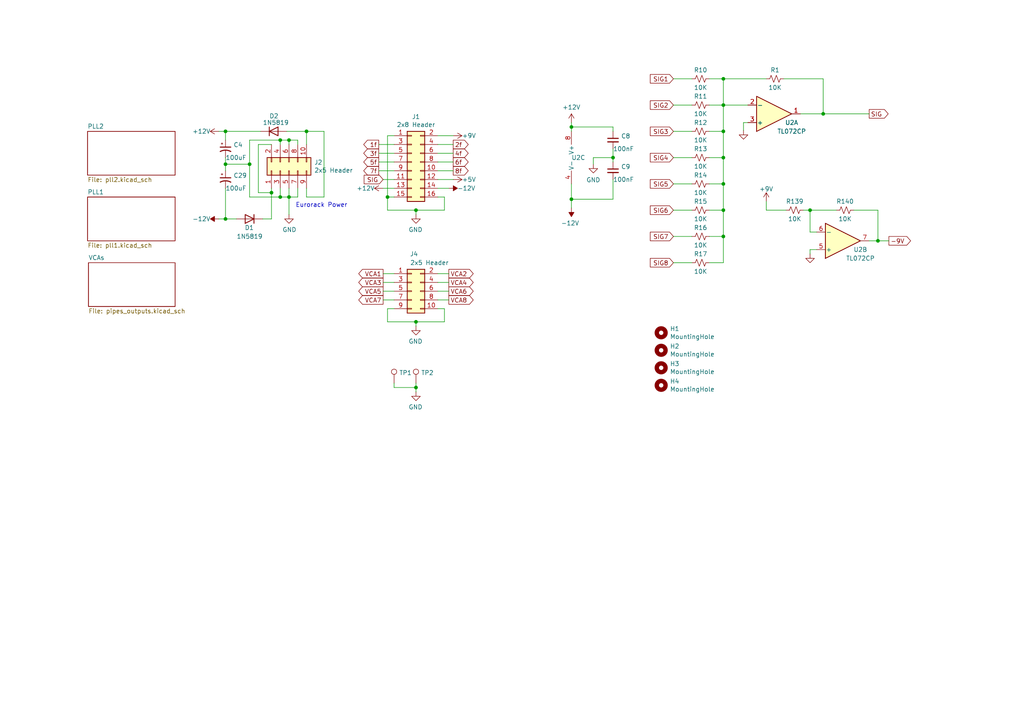
<source format=kicad_sch>
(kicad_sch (version 20211123) (generator eeschema)
  (paper "A4")
  (title_block (title "Pipes") (rev "1.1"))
  (lib_symbols
    (symbol "Amplifier_Operational:TL072" (pin_names (offset 0.127))
      (property "Reference" "U" (at 0 5.08 0))
      (property "Value" "TL072" (at 0 -5.08 0))
      (symbol "TL072_1_1"
        (polyline (pts (xy -5.08 5.08) (xy 5.08 0) (xy -5.08 -5.08) (xy -5.08 5.08)) (stroke (width 0.254)) (fill (type background)))
        (pin output line (at 7.62 0 180) (length 2.54) (name "~") (number "1"))
        (pin input line (at -7.62 -2.54 0) (length 2.54) (name "-") (number "2"))
        (pin input line (at -7.62 2.54 0) (length 2.54) (name "+") (number "3"))
      )
      (symbol "TL072_2_1"
        (polyline (pts (xy -5.08 5.08) (xy 5.08 0) (xy -5.08 -5.08) (xy -5.08 5.08)) (stroke (width 0.254)) (fill (type background)))
        (pin input line (at -7.62 2.54 0) (length 2.54) (name "+") (number "5"))
        (pin input line (at -7.62 -2.54 0) (length 2.54) (name "-") (number "6"))
        (pin output line (at 7.62 0 180) (length 2.54) (name "~") (number "7"))
      )
      (symbol "TL072_3_1"
        (pin power_in line (at -2.54 -7.62 90) (length 3.81) (name "V-") (number "4"))
        (pin power_in line (at -2.54 7.62 270) (length 3.81) (name "V+") (number "8"))
      )
    )
    (symbol "Connector:TestPoint" (pin_numbers hide) (pin_names (offset 0.762) hide)
      (property "Reference" "TP" (at 0 6.858 0))
      (property "Value" "TestPoint" (at 0 5.08 0))
      (symbol "TestPoint_0_1"
        (circle (center 0 3.302) (radius 0.762))
      )
      (symbol "TestPoint_1_1"
        (pin passive line (at 0 0 90) (length 2.54) (name "1") (number "1"))
      )
    )
    (symbol "Connector_Generic:Conn_02x05_Odd_Even" (pin_names (offset 1.016) hide)
      (property "Reference" "J" (at 1.27 7.62 0))
      (property "Value" "Conn_02x05_Odd_Even" (at 1.27 -7.62 0))
      (symbol "Conn_02x05_Odd_Even_1_1"
        (rectangle (start -1.27 -4.953) (end 0 -5.207) (stroke (width 0.1524)))
        (rectangle (start -1.27 -2.413) (end 0 -2.667) (stroke (width 0.1524)))
        (rectangle (start -1.27 0.127) (end 0 -0.127) (stroke (width 0.1524)))
        (rectangle (start -1.27 2.667) (end 0 2.413) (stroke (width 0.1524)))
        (rectangle (start -1.27 5.207) (end 0 4.953) (stroke (width 0.1524)))
        (rectangle (start -1.27 6.35) (end 3.81 -6.35) (stroke (width 0.254)) (fill (type background)))
        (rectangle (start 3.81 -4.953) (end 2.54 -5.207) (stroke (width 0.1524)))
        (rectangle (start 3.81 -2.413) (end 2.54 -2.667) (stroke (width 0.1524)))
        (rectangle (start 3.81 0.127) (end 2.54 -0.127) (stroke (width 0.1524)))
        (rectangle (start 3.81 2.667) (end 2.54 2.413) (stroke (width 0.1524)))
        (rectangle (start 3.81 5.207) (end 2.54 4.953) (stroke (width 0.1524)))
        (pin passive line (at -5.08 5.08 0) (length 3.81) (name "Pin_1") (number "1"))
        (pin passive line (at 7.62 -5.08 180) (length 3.81) (name "Pin_10") (number "10"))
        (pin passive line (at 7.62 5.08 180) (length 3.81) (name "Pin_2") (number "2"))
        (pin passive line (at -5.08 2.54 0) (length 3.81) (name "Pin_3") (number "3"))
        (pin passive line (at 7.62 2.54 180) (length 3.81) (name "Pin_4") (number "4"))
        (pin passive line (at -5.08 0 0) (length 3.81) (name "Pin_5") (number "5"))
        (pin passive line (at 7.62 0 180) (length 3.81) (name "Pin_6") (number "6"))
        (pin passive line (at -5.08 -2.54 0) (length 3.81) (name "Pin_7") (number "7"))
        (pin passive line (at 7.62 -2.54 180) (length 3.81) (name "Pin_8") (number "8"))
        (pin passive line (at -5.08 -5.08 0) (length 3.81) (name "Pin_9") (number "9"))
      )
    )
    (symbol "Connector_Generic:Conn_02x08_Odd_Even" (pin_names (offset 1.016) hide)
      (property "Reference" "J" (at 1.27 10.16 0))
      (property "Value" "Conn_02x08_Odd_Even" (at 1.27 -12.7 0))
      (symbol "Conn_02x08_Odd_Even_1_1"
        (rectangle (start -1.27 -10.033) (end 0 -10.287) (stroke (width 0.1524)))
        (rectangle (start -1.27 -7.493) (end 0 -7.747) (stroke (width 0.1524)))
        (rectangle (start -1.27 -4.953) (end 0 -5.207) (stroke (width 0.1524)))
        (rectangle (start -1.27 -2.413) (end 0 -2.667) (stroke (width 0.1524)))
        (rectangle (start -1.27 0.127) (end 0 -0.127) (stroke (width 0.1524)))
        (rectangle (start -1.27 2.667) (end 0 2.413) (stroke (width 0.1524)))
        (rectangle (start -1.27 5.207) (end 0 4.953) (stroke (width 0.1524)))
        (rectangle (start -1.27 7.747) (end 0 7.493) (stroke (width 0.1524)))
        (rectangle (start -1.27 8.89) (end 3.81 -11.43) (stroke (width 0.254)) (fill (type background)))
        (rectangle (start 3.81 -10.033) (end 2.54 -10.287) (stroke (width 0.1524)))
        (rectangle (start 3.81 -7.493) (end 2.54 -7.747) (stroke (width 0.1524)))
        (rectangle (start 3.81 -4.953) (end 2.54 -5.207) (stroke (width 0.1524)))
        (rectangle (start 3.81 -2.413) (end 2.54 -2.667) (stroke (width 0.1524)))
        (rectangle (start 3.81 0.127) (end 2.54 -0.127) (stroke (width 0.1524)))
        (rectangle (start 3.81 2.667) (end 2.54 2.413) (stroke (width 0.1524)))
        (rectangle (start 3.81 5.207) (end 2.54 4.953) (stroke (width 0.1524)))
        (rectangle (start 3.81 7.747) (end 2.54 7.493) (stroke (width 0.1524)))
        (pin passive line (at -5.08 7.62 0) (length 3.81) (name "Pin_1") (number "1"))
        (pin passive line (at 7.62 -2.54 180) (length 3.81) (name "Pin_10") (number "10"))
        (pin passive line (at -5.08 -5.08 0) (length 3.81) (name "Pin_11") (number "11"))
        (pin passive line (at 7.62 -5.08 180) (length 3.81) (name "Pin_12") (number "12"))
        (pin passive line (at -5.08 -7.62 0) (length 3.81) (name "Pin_13") (number "13"))
        (pin passive line (at 7.62 -7.62 180) (length 3.81) (name "Pin_14") (number "14"))
        (pin passive line (at -5.08 -10.16 0) (length 3.81) (name "Pin_15") (number "15"))
        (pin passive line (at 7.62 -10.16 180) (length 3.81) (name "Pin_16") (number "16"))
        (pin passive line (at 7.62 7.62 180) (length 3.81) (name "Pin_2") (number "2"))
        (pin passive line (at -5.08 5.08 0) (length 3.81) (name "Pin_3") (number "3"))
        (pin passive line (at 7.62 5.08 180) (length 3.81) (name "Pin_4") (number "4"))
        (pin passive line (at -5.08 2.54 0) (length 3.81) (name "Pin_5") (number "5"))
        (pin passive line (at 7.62 2.54 180) (length 3.81) (name "Pin_6") (number "6"))
        (pin passive line (at -5.08 0 0) (length 3.81) (name "Pin_7") (number "7"))
        (pin passive line (at 7.62 0 180) (length 3.81) (name "Pin_8") (number "8"))
        (pin passive line (at -5.08 -2.54 0) (length 3.81) (name "Pin_9") (number "9"))
      )
    )
    (symbol "Device:CP1_Small" (pin_numbers hide) (pin_names (offset 0.254) hide)
      (property "Reference" "C" (at 0.254 1.778 0))
      (property "Value" "Device_CP1_Small" (at 0.254 -2.032 0))
      (symbol "CP1_Small_0_1"
        (polyline (pts (xy -1.524 0.508) (xy 1.524 0.508)) (stroke (width 0.3048)))
        (polyline (pts (xy -1.27 1.524) (xy -0.762 1.524)))
        (polyline (pts (xy -1.016 1.27) (xy -1.016 1.778)))
        (arc (start 1.524 -0.762) (mid 0 -0.3734) (end -1.524 -0.762) (stroke (width 0.3048)))
      )
      (symbol "CP1_Small_1_1"
        (pin passive line (at 0 2.54 270) (length 2.032) (name "~") (number "1"))
        (pin passive line (at 0 -2.54 90) (length 2.032) (name "~") (number "2"))
      )
    )
    (symbol "Device:C_Small" (pin_numbers hide) (pin_names (offset 0.254) hide)
      (property "Reference" "C" (at 0.254 1.778 0))
      (property "Value" "C_Small" (at 0.254 -2.032 0))
      (symbol "C_Small_0_1"
        (polyline (pts (xy -1.524 -0.508) (xy 1.524 -0.508)) (stroke (width 0.3302)))
        (polyline (pts (xy -1.524 0.508) (xy 1.524 0.508)) (stroke (width 0.3048)))
      )
      (symbol "C_Small_1_1"
        (pin passive line (at 0 2.54 270) (length 2.032) (name "~") (number "1"))
        (pin passive line (at 0 -2.54 90) (length 2.032) (name "~") (number "2"))
      )
    )
    (symbol "Device:R_Small_US" (pin_numbers hide) (pin_names (offset 0.254) hide)
      (property "Reference" "R" (at 0.762 0.508 0))
      (property "Value" "R_Small_US" (at 0.762 -1.016 0))
      (symbol "R_Small_US_1_1"
        (polyline (pts (xy 0 0) (xy 1.016 -0.381) (xy 0 -0.762) (xy -1.016 -1.143) (xy 0 -1.524)))
        (polyline (pts (xy 0 1.524) (xy 1.016 1.143) (xy 0 0.762) (xy -1.016 0.381) (xy 0 0)))
        (pin passive line (at 0 2.54 270) (length 1.016) (name "~") (number "1"))
        (pin passive line (at 0 -2.54 90) (length 1.016) (name "~") (number "2"))
      )
    )
    (symbol "Diode:1N4148" (pin_numbers hide) (pin_names (offset 1.016) hide)
      (property "Reference" "D" (at 0 2.54 0))
      (property "Value" "1N4148" (at 0 -2.54 0))
      (symbol "1N4148_0_1"
        (polyline (pts (xy -1.27 1.27) (xy -1.27 -1.27)) (stroke (width 0.254)))
        (polyline (pts (xy 1.27 0) (xy -1.27 0)))
        (polyline (pts (xy 1.27 1.27) (xy 1.27 -1.27) (xy -1.27 0) (xy 1.27 1.27)) (stroke (width 0.254)))
      )
      (symbol "1N4148_1_1"
        (pin passive line (at -3.81 0 0) (length 2.54) (name "K") (number "1"))
        (pin passive line (at 3.81 0 180) (length 2.54) (name "A") (number "2"))
      )
    )
    (symbol "Mechanical:MountingHole" (pin_names (offset 1.016))
      (property "Reference" "H" (at 0 5.08 0))
      (property "Value" "MountingHole" (at 0 3.175 0))
      (symbol "MountingHole_0_1"
        (circle (center 0 0) (radius 1.27) (stroke (width 1.27)))
      )
    )
    (symbol "power:+12V" (power) (pin_names (offset 0))
      (property "Value" "+12V" (at 0 3.556 0))
      (symbol "+12V_0_1"
        (polyline (pts (xy -0.762 1.27) (xy 0 2.54)))
        (polyline (pts (xy 0 0) (xy 0 2.54)))
        (polyline (pts (xy 0 2.54) (xy 0.762 1.27)))
      )
      (symbol "+12V_1_1"
        (pin power_in line (at 0 0 90) (length 0) hide (name "+12V") (number "1"))
      )
    )
    (symbol "power:+5V" (power) (pin_names (offset 0))
      (property "Value" "+5V" (at 0 3.556 0))
      (symbol "+5V_0_1"
        (polyline (pts (xy -0.762 1.27) (xy 0 2.54)))
        (polyline (pts (xy 0 0) (xy 0 2.54)))
        (polyline (pts (xy 0 2.54) (xy 0.762 1.27)))
      )
      (symbol "+5V_1_1"
        (pin power_in line (at 0 0 90) (length 0) hide (name "+5V") (number "1"))
      )
    )
    (symbol "power:+9V" (power) (pin_names (offset 0))
      (property "Value" "+9V" (at 0 3.556 0))
      (symbol "+9V_0_1"
        (polyline (pts (xy -0.762 1.27) (xy 0 2.54)))
        (polyline (pts (xy 0 0) (xy 0 2.54)))
        (polyline (pts (xy 0 2.54) (xy 0.762 1.27)))
      )
      (symbol "+9V_1_1"
        (pin power_in line (at 0 0 90) (length 0) hide (name "+9V") (number "1"))
      )
    )
    (symbol "power:-12V" (power) (pin_names (offset 0))
      (property "Value" "-12V" (at 0 3.81 0))
      (symbol "-12V_0_0"
        (pin power_in line (at 0 0 90) (length 0) hide (name "-12V") (number "1"))
      )
      (symbol "-12V_0_1"
        (polyline (pts (xy 0 0) (xy 0 1.27) (xy 0.762 1.27) (xy 0 2.54) (xy -0.762 1.27) (xy 0 1.27)) (fill (type outline)))
      )
    )
    (symbol "power:GND" (power) (pin_names (offset 0))
      (property "Value" "GND" (at 0 -3.81 0))
      (symbol "GND_0_1"
        (polyline (pts (xy 0 0) (xy 0 -1.27) (xy 1.27 -1.27) (xy 0 -2.54) (xy -1.27 -1.27) (xy 0 -1.27)))
      )
      (symbol "GND_1_1"
        (pin power_in line (at 0 0 270) (length 0) hide (name "GND") (number "1"))
      )
    )
  )
  (junction (at 81.28 57.15))
  (junction (at 177.8 45.72))
  (junction (at 65.405 47.625))
  (junction (at 65.405 63.5))
  (junction (at 209.804 60.96))
  (junction (at 209.804 53.34))
  (junction (at 83.82 57.15))
  (junction (at 165.735 36.83))
  (junction (at 165.735 57.785))
  (junction (at 65.405 38.1))
  (junction (at 120.65 93.345))
  (junction (at 81.28 40.64))
  (junction (at 234.95 60.96))
  (junction (at 120.65 112.395))
  (junction (at 83.82 40.64))
  (junction (at 112.395 57.15))
  (junction (at 88.9 38.1))
  (junction (at 78.74 55.88))
  (junction (at 209.804 68.58))
  (junction (at 72.39 47.625))
  (junction (at 238.76 33.02))
  (junction (at 254.635 69.85))
  (junction (at 209.804 30.48))
  (junction (at 120.65 60.96))
  (junction (at 209.804 22.86))
  (junction (at 209.804 45.72))
  (junction (at 209.804 38.1))
  (wire (pts (xy 232.156 33.02) (xy 238.76 33.02)))
  (wire (pts (xy 114.3 89.535) (xy 112.395 89.535)))
  (wire (pts (xy 78.74 41.91) (xy 74.93 41.91)))
  (wire (pts (xy 234.95 60.96) (xy 242.57 60.96)))
  (wire (pts (xy 215.646 35.56) (xy 216.916 35.56)))
  (wire (pts (xy 209.804 22.86) (xy 222.25 22.86)))
  (wire (pts (xy 209.804 76.2) (xy 209.804 68.58)))
  (wire (pts (xy 177.8 52.07) (xy 177.8 57.785)))
  (wire (pts (xy 65.405 38.1) (xy 75.565 38.1)))
  (wire (pts (xy 215.646 35.56) (xy 215.646 37.846)))
  (wire (pts (xy 83.185 38.1) (xy 88.9 38.1)))
  (wire (pts (xy 165.735 38.1) (xy 165.735 36.83)))
  (wire (pts (xy 120.65 112.395) (xy 120.65 113.665)))
  (wire (pts (xy 205.74 53.34) (xy 209.804 53.34)))
  (wire (pts (xy 114.3 112.395) (xy 120.65 112.395)))
  (wire (pts (xy 83.82 57.15) (xy 83.82 62.23)))
  (wire (pts (xy 205.74 30.48) (xy 209.804 30.48)))
  (wire (pts (xy 109.855 44.45) (xy 114.3 44.45)))
  (wire (pts (xy 81.28 40.64) (xy 81.28 41.91)))
  (wire (pts (xy 195.326 38.1) (xy 200.66 38.1)))
  (wire (pts (xy 247.65 60.96) (xy 254.635 60.96)))
  (wire (pts (xy 81.28 54.61) (xy 81.28 57.15)))
  (wire (pts (xy 88.9 41.91) (xy 88.9 38.1)))
  (wire (pts (xy 111.125 79.375) (xy 114.3 79.375)))
  (wire (pts (xy 205.74 76.2) (xy 209.804 76.2)))
  (wire (pts (xy 111.125 84.455) (xy 114.3 84.455)))
  (wire (pts (xy 205.74 45.72) (xy 209.804 45.72)))
  (wire (pts (xy 127 39.37) (xy 131.445 39.37)))
  (wire (pts (xy 233.045 60.96) (xy 234.95 60.96)))
  (wire (pts (xy 195.326 68.58) (xy 200.66 68.58)))
  (wire (pts (xy 120.65 93.345) (xy 120.65 94.615)))
  (wire (pts (xy 109.855 49.53) (xy 114.3 49.53)))
  (wire (pts (xy 205.74 68.58) (xy 209.804 68.58)))
  (wire (pts (xy 120.65 111.125) (xy 120.65 112.395)))
  (wire (pts (xy 234.95 67.31) (xy 236.855 67.31)))
  (wire (pts (xy 76.2 63.5) (xy 78.74 63.5)))
  (wire (pts (xy 93.98 57.15) (xy 93.98 38.1)))
  (wire (pts (xy 222.25 60.96) (xy 227.965 60.96)))
  (wire (pts (xy 205.74 38.1) (xy 209.804 38.1)))
  (wire (pts (xy 209.804 45.72) (xy 209.804 53.34)))
  (wire (pts (xy 81.28 57.15) (xy 83.82 57.15)))
  (wire (pts (xy 109.855 46.99) (xy 114.3 46.99)))
  (wire (pts (xy 72.39 57.15) (xy 81.28 57.15)))
  (wire (pts (xy 209.804 22.86) (xy 209.804 30.48)))
  (wire (pts (xy 78.74 54.61) (xy 78.74 55.88)))
  (wire (pts (xy 209.804 38.1) (xy 209.804 30.48)))
  (wire (pts (xy 209.804 60.96) (xy 209.804 53.34)))
  (wire (pts (xy 195.326 53.34) (xy 200.66 53.34)))
  (wire (pts (xy 86.36 57.15) (xy 86.36 54.61)))
  (wire (pts (xy 127 79.375) (xy 130.175 79.375)))
  (wire (pts (xy 112.395 60.96) (xy 120.65 60.96)))
  (wire (pts (xy 177.8 43.18) (xy 177.8 45.72)))
  (wire (pts (xy 195.326 60.96) (xy 200.66 60.96)))
  (wire (pts (xy 238.76 33.02) (xy 252.095 33.02)))
  (wire (pts (xy 112.395 93.345) (xy 120.65 93.345)))
  (wire (pts (xy 112.395 39.37) (xy 112.395 57.15)))
  (wire (pts (xy 120.65 60.96) (xy 128.905 60.96)))
  (wire (pts (xy 93.98 38.1) (xy 88.9 38.1)))
  (wire (pts (xy 209.804 45.72) (xy 209.804 38.1)))
  (wire (pts (xy 114.3 111.125) (xy 114.3 112.395)))
  (wire (pts (xy 127 46.99) (xy 131.445 46.99)))
  (wire (pts (xy 127 52.07) (xy 131.445 52.07)))
  (wire (pts (xy 112.395 89.535) (xy 112.395 93.345)))
  (wire (pts (xy 128.905 60.96) (xy 128.905 57.15)))
  (wire (pts (xy 81.28 40.64) (xy 72.39 40.64)))
  (wire (pts (xy 209.804 30.48) (xy 216.916 30.48)))
  (wire (pts (xy 127 81.915) (xy 130.175 81.915)))
  (wire (pts (xy 165.735 57.785) (xy 165.735 60.325)))
  (wire (pts (xy 234.95 72.39) (xy 236.855 72.39)))
  (wire (pts (xy 83.82 57.15) (xy 86.36 57.15)))
  (wire (pts (xy 72.39 47.625) (xy 72.39 57.15)))
  (wire (pts (xy 114.3 39.37) (xy 112.395 39.37)))
  (wire (pts (xy 222.25 60.96) (xy 222.25 58.42)))
  (wire (pts (xy 177.8 45.72) (xy 177.8 46.99)))
  (wire (pts (xy 83.82 40.64) (xy 83.82 41.91)))
  (wire (pts (xy 165.735 35.56) (xy 165.735 36.83)))
  (wire (pts (xy 195.326 30.48) (xy 200.66 30.48)))
  (wire (pts (xy 65.405 38.1) (xy 65.405 40.64)))
  (wire (pts (xy 127 86.995) (xy 130.175 86.995)))
  (wire (pts (xy 128.905 93.345) (xy 128.905 89.535)))
  (wire (pts (xy 127 44.45) (xy 131.445 44.45)))
  (wire (pts (xy 74.93 41.91) (xy 74.93 55.88)))
  (wire (pts (xy 209.804 68.58) (xy 209.804 60.96)))
  (wire (pts (xy 111.125 81.915) (xy 114.3 81.915)))
  (wire (pts (xy 195.326 45.72) (xy 200.66 45.72)))
  (wire (pts (xy 238.76 22.86) (xy 238.76 33.02)))
  (wire (pts (xy 114.3 57.15) (xy 112.395 57.15)))
  (wire (pts (xy 68.58 63.5) (xy 65.405 63.5)))
  (wire (pts (xy 128.905 57.15) (xy 127 57.15)))
  (wire (pts (xy 112.395 57.15) (xy 112.395 60.96)))
  (wire (pts (xy 165.735 57.785) (xy 177.8 57.785)))
  (wire (pts (xy 165.735 36.83) (xy 177.8 36.83)))
  (wire (pts (xy 83.82 54.61) (xy 83.82 57.15)))
  (wire (pts (xy 127 84.455) (xy 130.175 84.455)))
  (wire (pts (xy 65.405 54.61) (xy 65.405 63.5)))
  (wire (pts (xy 83.82 40.64) (xy 81.28 40.64)))
  (wire (pts (xy 252.095 69.85) (xy 254.635 69.85)))
  (wire (pts (xy 195.326 22.86) (xy 200.66 22.86)))
  (wire (pts (xy 205.74 22.86) (xy 209.804 22.86)))
  (wire (pts (xy 63.5 63.5) (xy 65.405 63.5)))
  (wire (pts (xy 195.326 76.2) (xy 200.66 76.2)))
  (wire (pts (xy 109.855 41.91) (xy 114.3 41.91)))
  (wire (pts (xy 120.65 93.345) (xy 128.905 93.345)))
  (wire (pts (xy 78.74 55.88) (xy 78.74 63.5)))
  (wire (pts (xy 234.95 60.96) (xy 234.95 67.31)))
  (wire (pts (xy 127 54.61) (xy 130.175 54.61)))
  (wire (pts (xy 234.95 73.66) (xy 234.95 72.39)))
  (wire (pts (xy 227.33 22.86) (xy 238.76 22.86)))
  (wire (pts (xy 86.36 40.64) (xy 86.36 41.91)))
  (wire (pts (xy 165.735 53.34) (xy 165.735 57.785)))
  (wire (pts (xy 254.635 69.85) (xy 257.81 69.85)))
  (wire (pts (xy 65.405 45.72) (xy 65.405 47.625)))
  (wire (pts (xy 88.9 54.61) (xy 88.9 57.15)))
  (wire (pts (xy 83.82 40.64) (xy 86.36 40.64)))
  (wire (pts (xy 111.125 54.61) (xy 114.3 54.61)))
  (wire (pts (xy 172.085 45.72) (xy 177.8 45.72)))
  (wire (pts (xy 172.085 47.625) (xy 172.085 45.72)))
  (wire (pts (xy 205.74 60.96) (xy 209.804 60.96)))
  (wire (pts (xy 127 49.53) (xy 131.445 49.53)))
  (wire (pts (xy 254.635 69.85) (xy 254.635 60.96)))
  (wire (pts (xy 177.8 36.83) (xy 177.8 38.1)))
  (wire (pts (xy 88.9 57.15) (xy 93.98 57.15)))
  (wire (pts (xy 120.65 60.96) (xy 120.65 62.23)))
  (wire (pts (xy 111.125 86.995) (xy 114.3 86.995)))
  (wire (pts (xy 65.405 47.625) (xy 72.39 47.625)))
  (wire (pts (xy 111.125 52.07) (xy 114.3 52.07)))
  (wire (pts (xy 63.5 38.1) (xy 65.405 38.1)))
  (wire (pts (xy 72.39 40.64) (xy 72.39 47.625)))
  (wire (pts (xy 74.93 55.88) (xy 78.74 55.88)))
  (wire (pts (xy 65.405 47.625) (xy 65.405 49.53)))
  (wire (pts (xy 128.905 89.535) (xy 127 89.535)))
  (wire (pts (xy 127 41.91) (xy 131.445 41.91)))
  (text "Eurorack Power" (at 85.725 60.325 0) (effects (font (size 1.27 1.27)) (justify left bottom)))
  (global_label "VCA2" (shape output) (at 130.175 79.375 0) (property "Intersheet References" "${INTERSHEET_REFS}" (effects hide)))
  (global_label "8f" (shape output) (at 131.445 49.53 0) (property "Intersheet References" "${INTERSHEET_REFS}" (effects hide)))
  (global_label "SIG8" (shape input) (at 195.326 76.2 180) (property "Intersheet References" "${INTERSHEET_REFS}" (effects hide)))
  (global_label "SIG4" (shape input) (at 195.326 45.72 180) (property "Intersheet References" "${INTERSHEET_REFS}" (effects hide)))
  (global_label "SIG7" (shape input) (at 195.326 68.58 180) (property "Intersheet References" "${INTERSHEET_REFS}" (effects hide)))
  (global_label "SIG6" (shape input) (at 195.326 60.96 180) (property "Intersheet References" "${INTERSHEET_REFS}" (effects hide)))
  (global_label "SIG1" (shape input) (at 195.326 22.86 180) (property "Intersheet References" "${INTERSHEET_REFS}" (effects hide)))
  (global_label "-9V" (shape output) (at 257.81 69.85 0) (property "Intersheet References" "${INTERSHEET_REFS}" (effects hide)))
  (global_label "SIG2" (shape input) (at 195.326 30.48 180) (property "Intersheet References" "${INTERSHEET_REFS}" (effects hide)))
  (global_label "3f" (shape output) (at 109.855 44.45 180) (property "Intersheet References" "${INTERSHEET_REFS}" (effects hide)))
  (global_label "VCA8" (shape output) (at 130.175 86.995 0) (property "Intersheet References" "${INTERSHEET_REFS}" (effects hide)))
  (global_label "7f" (shape output) (at 109.855 49.53 180) (property "Intersheet References" "${INTERSHEET_REFS}" (effects hide)))
  (global_label "1f" (shape output) (at 109.855 41.91 180) (property "Intersheet References" "${INTERSHEET_REFS}" (effects hide)))
  (global_label "VCA7" (shape output) (at 111.125 86.995 180) (property "Intersheet References" "${INTERSHEET_REFS}" (effects hide)))
  (global_label "VCA4" (shape output) (at 130.175 81.915 0) (property "Intersheet References" "${INTERSHEET_REFS}" (effects hide)))
  (global_label "5f" (shape output) (at 109.855 46.99 180) (property "Intersheet References" "${INTERSHEET_REFS}" (effects hide)))
  (global_label "VCA3" (shape output) (at 111.125 81.915 180) (property "Intersheet References" "${INTERSHEET_REFS}" (effects hide)))
  (global_label "SIG" (shape input) (at 111.125 52.07 180) (property "Intersheet References" "${INTERSHEET_REFS}" (effects hide)))
  (global_label "2f" (shape output) (at 131.445 41.91 0) (property "Intersheet References" "${INTERSHEET_REFS}" (effects hide)))
  (global_label "VCA1" (shape output) (at 111.125 79.375 180) (property "Intersheet References" "${INTERSHEET_REFS}" (effects hide)))
  (global_label "SIG3" (shape input) (at 195.326 38.1 180) (property "Intersheet References" "${INTERSHEET_REFS}" (effects hide)))
  (global_label "SIG5" (shape input) (at 195.326 53.34 180) (property "Intersheet References" "${INTERSHEET_REFS}" (effects hide)))
  (global_label "6f" (shape output) (at 131.445 46.99 0) (property "Intersheet References" "${INTERSHEET_REFS}" (effects hide)))
  (global_label "4f" (shape output) (at 131.445 44.45 0) (property "Intersheet References" "${INTERSHEET_REFS}" (effects hide)))
  (global_label "SIG" (shape output) (at 252.095 33.02 0) (property "Intersheet References" "${INTERSHEET_REFS}" (effects hide)))
  (global_label "VCA6" (shape output) (at 130.175 84.455 0) (property "Intersheet References" "${INTERSHEET_REFS}" (effects hide)))
  (global_label "VCA5" (shape output) (at 111.125 84.455 180) (property "Intersheet References" "${INTERSHEET_REFS}" (effects hide)))
  (symbol (lib_id "power:+12V") (at 165.735 35.56 0) (unit 1)
    (property "Reference" "#PWR04" (effects hide))
    (property "Value" "+12V" (at 165.735 31.115 0))
  )
  (symbol (lib_id "Diode:1N4148") (at 79.375 38.1 0) (unit 1)
    (property "Reference" "D2" (at 78.105 33.655 0) (effects (justify left)))
    (property "Value" "1N5819" (at 76.2 35.56 0) (effects (justify left)))
    (property "Footprint" "Diode_SMD:D_SOD-323_HandSoldering" (effects hide))
    (property "Digi-Key Part" "478-7800-1-ND" (effects hide))
    (property "LCSC Part #" "C191023" (effects hide))
  )
  (symbol (lib_id "power:+9V") (at 131.445 39.37 270) (unit 1)
    (property "Reference" "#PWR0110" (effects hide))
    (property "Value" "+9V" (at 133.985 39.37 90) (effects (justify left)))
  )
  (symbol (lib_id "Amplifier_Operational:TL072") (at 244.475 69.85 0) (mirror x) (unit 2)
    (property "Reference" "U2" (at 249.555 72.39 0))
    (property "Value" "TL072CP" (at 249.555 74.93 0))
    (property "Footprint" "Package_SO:SOIC-8_3.9x4.9mm_P1.27mm" (effects hide))
    (property "Digi-Key Part" "296-1775-5-ND" (effects hide))
    (property "LCSC Part #" "C67473" (effects hide))
  )
  (symbol (lib_id "power:GND") (at 83.82 62.23 0) (unit 1)
    (property "Reference" "#PWR0137" (effects hide))
    (property "Value" "GND" (at 83.947 66.6242 0))
  )
  (symbol (lib_id "power:GND") (at 120.65 94.615 0) (mirror y) (unit 1)
    (property "Reference" "#PWR03" (effects hide))
    (property "Value" "GND" (at 120.523 99.0092 0))
  )
  (symbol (lib_id "power:GND") (at 172.085 47.625 0) (unit 1)
    (property "Reference" "#PWR0126" (effects hide))
    (property "Value" "GND" (at 172.085 52.1875 0))
  )
  (symbol (lib_id "Mechanical:MountingHole") (at 191.77 111.76 0) (unit 1) (in_bom no)
    (property "Reference" "H4" (at 194.31 110.5916 0) (effects (justify left)))
    (property "Value" "MountingHole" (at 194.31 112.903 0) (effects (justify left)))
    (property "Footprint" "MountingHole:MountingHole_2.5mm" (effects hide))
  )
  (symbol (lib_id "Device:CP1_Small") (at 65.405 43.18 0) (unit 1)
    (property "Reference" "C4" (at 67.7164 42.0116 0) (effects (justify left)))
    (property "Value" "100uF" (at 65.405 45.72 0) (effects (justify left)))
    (property "Footprint" "Capacitor_SMD:CP_Elec_6.3x5.4_Nichicon" (effects hide))
    (property "Datasheet" "http://www.rubycon.co.jp/en/catalog/e_pdfs/aluminum/e_ml.pdf" (effects hide))
    (property "Digi-Key Part" "399-EDH107M016A9GAACT-ND" (effects hide))
    (property "LCSC Part #" "C2887272" (effects hide))
  )
  (symbol (lib_id "Connector:TestPoint") (at 120.65 111.125 0) (unit 1)
    (property "Reference" "TP2" (at 122.1232 108.1278 0) (effects (justify left)))
    (property "Value" "TestPoint" (effects hide))
    (property "Footprint" "TestPoint:TestPoint_Keystone_5005-5009_Compact" (effects hide))
    (property "Digi-Key Part" "36-5006-ND" (effects hide))
    (property "LCSC Part #" "C5199801" (effects hide))
  )
  (symbol (lib_id "Connector_Generic:Conn_02x08_Odd_Even") (at 119.38 46.99 0) (unit 1)
    (property "Reference" "J1" (at 120.65 33.8582 0))
    (property "Value" "2x8 Header" (at 120.65 36.1696 0))
    (property "Footprint" "Connector_PinHeader_2.54mm:PinHeader_2x08_P2.54mm_Vertical_SMD" (effects hide))
    (property "Digi-Key Part" "732-5385-1-ND" (effects hide))
  )
  (symbol (lib_id "Connector:TestPoint") (at 114.3 111.125 0) (unit 1)
    (property "Reference" "TP1" (at 115.7732 108.1278 0) (effects (justify left)))
    (property "Value" "TestPoint" (effects hide))
    (property "Footprint" "TestPoint:TestPoint_Keystone_5005-5009_Compact" (effects hide))
    (property "Digi-Key Part" "36-5006-ND" (effects hide))
    (property "LCSC Part #" "C5199801" (effects hide))
  )
  (symbol (lib_id "power:-12V") (at 63.5 63.5 90) (unit 1)
    (property "Reference" "#PWR0139" (effects hide))
    (property "Value" "-12V" (at 58.42 63.5 90))
  )
  (symbol (lib_id "Device:R_Small_US") (at 203.2 38.1 270) (unit 1)
    (property "Reference" "R12" (at 203.2 35.56 90))
    (property "Value" "10K" (at 203.2 40.64 90))
    (property "Footprint" "Resistor_SMD:R_0603_1608Metric" (effects hide))
    (property "Digi-Key Part" "CRT0805-FZ-1002ELFCT-ND" (effects hide))
    (property "LCSC Part #" "C25804" (effects hide))
  )
  (symbol (lib_id "power:GND") (at 120.65 62.23 0) (mirror y) (unit 1)
    (property "Reference" "#PWR02" (effects hide))
    (property "Value" "GND" (at 120.523 66.6242 0))
  )
  (symbol (lib_id "power:-12V") (at 130.175 54.61 270) (unit 1)
    (property "Reference" "#PWR06" (effects hide))
    (property "Value" "-12V" (at 135.255 54.61 90))
  )
  (symbol (lib_id "Device:CP1_Small") (at 65.405 52.07 0) (unit 1)
    (property "Reference" "C29" (at 67.7164 50.9016 0) (effects (justify left)))
    (property "Value" "100uF" (at 65.405 54.61 0) (effects (justify left)))
    (property "Footprint" "Capacitor_SMD:CP_Elec_6.3x5.4_Nichicon" (effects hide))
    (property "Digi-Key Part" "399-EDH107M016A9GAACT-ND" (effects hide))
    (property "LCSC Part #" "C2887272" (effects hide))
  )
  (symbol (lib_id "Mechanical:MountingHole") (at 191.77 101.6 0) (unit 1) (in_bom no)
    (property "Reference" "H2" (at 194.31 100.4316 0) (effects (justify left)))
    (property "Value" "MountingHole" (at 194.31 102.743 0) (effects (justify left)))
    (property "Footprint" "MountingHole:MountingHole_2.5mm" (effects hide))
  )
  (symbol (lib_id "power:+12V") (at 63.5 38.1 90) (unit 1)
    (property "Reference" "#PWR0138" (effects hide))
    (property "Value" "+12V" (at 58.42 38.1 90))
  )
  (symbol (lib_id "Device:R_Small_US") (at 203.2 76.2 270) (unit 1)
    (property "Reference" "R17" (at 203.2 73.66 90))
    (property "Value" "10K" (at 203.2 78.74 90))
    (property "Footprint" "Resistor_SMD:R_0603_1608Metric" (effects hide))
    (property "Digi-Key Part" "CRT0805-FZ-1002ELFCT-ND" (effects hide))
    (property "LCSC Part #" "C25804" (effects hide))
  )
  (symbol (lib_id "Device:R_Small_US") (at 203.2 30.48 270) (unit 1)
    (property "Reference" "R11" (at 203.2 27.94 90))
    (property "Value" "10K" (at 203.2 33.02 90))
    (property "Footprint" "Resistor_SMD:R_0603_1608Metric" (effects hide))
    (property "Digi-Key Part" "CRT0805-FZ-1002ELFCT-ND" (effects hide))
    (property "LCSC Part #" "C25804" (effects hide))
  )
  (symbol (lib_id "Device:R_Small_US") (at 203.2 68.58 270) (unit 1)
    (property "Reference" "R16" (at 203.2 66.04 90))
    (property "Value" "10K" (at 203.2 71.12 90))
    (property "Footprint" "Resistor_SMD:R_0603_1608Metric" (effects hide))
    (property "Digi-Key Part" "CRT0805-FZ-1002ELFCT-ND" (effects hide))
    (property "LCSC Part #" "C25804" (effects hide))
  )
  (symbol (lib_id "Device:R_Small_US") (at 245.11 60.96 270) (unit 1)
    (property "Reference" "R140" (at 245.11 58.42 90))
    (property "Value" "10K" (at 245.11 63.5 90))
    (property "Footprint" "Resistor_SMD:R_0603_1608Metric" (effects hide))
    (property "Digi-Key Part" "CRT0805-FZ-1002ELFCT-ND" (effects hide))
    (property "LCSC Part #" "C25804" (effects hide))
  )
  (symbol (lib_id "Device:R_Small_US") (at 203.2 22.86 270) (unit 1)
    (property "Reference" "R10" (at 203.2 20.32 90))
    (property "Value" "10K" (at 203.2 25.4 90))
    (property "Footprint" "Resistor_SMD:R_0603_1608Metric" (effects hide))
    (property "Digi-Key Part" "CRT0805-FZ-1002ELFCT-ND" (effects hide))
    (property "LCSC Part #" "C25804" (effects hide))
  )
  (symbol (lib_id "Device:R_Small_US") (at 224.79 22.86 270) (unit 1)
    (property "Reference" "R1" (at 224.79 20.32 90))
    (property "Value" "10K" (at 224.79 25.4 90))
    (property "Footprint" "Resistor_SMD:R_0603_1608Metric" (effects hide))
    (property "Digi-Key Part" "CRT0805-FZ-1002ELFCT-ND" (effects hide))
    (property "LCSC Part #" "C25804" (effects hide))
  )
  (symbol (lib_id "Connector_Generic:Conn_02x05_Odd_Even") (at 119.38 84.455 0) (unit 1)
    (property "Reference" "J4" (at 121.285 73.66 0) (effects (justify right)))
    (property "Value" "2x5 Header" (at 130.175 76.2 0) (effects (justify right)))
    (property "Footprint" "Connector_PinHeader_2.54mm:PinHeader_2x05_P2.54mm_Vertical_SMD" (effects hide))
    (property "Digi-Key Part" "732-5382-1-ND" (effects hide))
  )
  (symbol (lib_id "power:+12V") (at 111.125 54.61 90) (unit 1)
    (property "Reference" "#PWR01" (effects hide))
    (property "Value" "+12V" (at 106.045 54.61 90))
  )
  (symbol (lib_id "Diode:1N4148") (at 72.39 63.5 180) (unit 1)
    (property "Reference" "D1" (at 73.66 66.04 0) (effects (justify left)))
    (property "Value" "1N5819" (at 76.2 68.58 0) (effects (justify left)))
    (property "Footprint" "Diode_SMD:D_SOD-323_HandSoldering" (effects hide))
    (property "Digi-Key Part" "478-7800-1-ND" (effects hide))
    (property "LCSC Part #" "C191023" (effects hide))
  )
  (symbol (lib_id "Mechanical:MountingHole") (at 191.77 96.52 0) (unit 1) (in_bom no)
    (property "Reference" "H1" (at 194.31 95.3516 0) (effects (justify left)))
    (property "Value" "MountingHole" (at 194.31 97.663 0) (effects (justify left)))
    (property "Footprint" "MountingHole:MountingHole_2.5mm" (effects hide))
  )
  (symbol (lib_id "power:GND") (at 120.65 113.665 0) (mirror y) (unit 1)
    (property "Reference" "#PWR0108" (effects hide))
    (property "Value" "GND" (at 120.523 118.0592 0))
  )
  (symbol (lib_id "power:GND") (at 234.95 73.66 0) (unit 1)
    (property "Reference" "#PWR076" (effects hide))
    (property "Value" "GND" (effects hide))
  )
  (symbol (lib_id "Device:R_Small_US") (at 230.505 60.96 270) (unit 1)
    (property "Reference" "R139" (at 230.505 58.42 90))
    (property "Value" "10K" (at 230.505 63.5 90))
    (property "Footprint" "Resistor_SMD:R_0603_1608Metric" (effects hide))
    (property "Digi-Key Part" "CRT0805-FZ-1002ELFCT-ND" (effects hide))
    (property "LCSC Part #" "C25804" (effects hide))
  )
  (symbol (lib_id "Device:C_Small") (at 177.8 49.53 0) (unit 1)
    (property "Reference" "C9" (at 180.1368 48.3616 0) (effects (justify left)))
    (property "Value" "100nF" (at 177.8 52.07 0) (effects (justify left)))
    (property "Footprint" "Capacitor_SMD:C_0805_2012Metric_Pad1.18x1.45mm_HandSolder" (effects hide))
    (property "Datasheet" "http://datasheets.avx.com/SR-Series.pdf" (effects hide))
    (property "Digi-Key Part" "478-10836-1-ND" (effects hide))
    (property "LCSC Part #" "C49678" (effects hide))
  )
  (symbol (lib_id "Amplifier_Operational:TL072") (at 168.275 45.72 0) (unit 3)
    (property "Reference" "U2" (at 165.735 45.72 0) (effects (justify left)))
    (property "Value" "TL072CP" (effects hide))
    (property "Footprint" "Package_SO:SOIC-8_3.9x4.9mm_P1.27mm" (effects hide))
    (property "Digi-Key Part" "296-1775-5-ND" (effects hide))
    (property "LCSC Part #" "C67473" (effects hide))
  )
  (symbol (lib_id "Device:R_Small_US") (at 203.2 45.72 270) (unit 1)
    (property "Reference" "R13" (at 203.2 43.18 90))
    (property "Value" "10K" (at 203.2 48.26 90))
    (property "Footprint" "Resistor_SMD:R_0603_1608Metric" (effects hide))
    (property "Digi-Key Part" "CRT0805-FZ-1002ELFCT-ND" (effects hide))
    (property "LCSC Part #" "C25804" (effects hide))
  )
  (symbol (lib_id "Amplifier_Operational:TL072") (at 224.536 33.02 0) (mirror x) (unit 1)
    (property "Reference" "U2" (at 229.616 35.56 0))
    (property "Value" "TL072CP" (at 229.616 38.1 0))
    (property "Footprint" "Package_SO:SOIC-8_3.9x4.9mm_P1.27mm" (effects hide))
    (property "Digi-Key Part" "296-1775-5-ND" (effects hide))
    (property "LCSC Part #" "C67473" (effects hide))
  )
  (symbol (lib_id "Mechanical:MountingHole") (at 191.77 106.68 0) (unit 1) (in_bom no)
    (property "Reference" "H3" (at 194.31 105.5116 0) (effects (justify left)))
    (property "Value" "MountingHole" (at 194.31 107.823 0) (effects (justify left)))
    (property "Footprint" "MountingHole:MountingHole_2.5mm" (effects hide))
  )
  (symbol (lib_id "Device:R_Small_US") (at 203.2 60.96 270) (unit 1)
    (property "Reference" "R15" (at 203.2 58.42 90))
    (property "Value" "10K" (at 203.2 63.5 90))
    (property "Footprint" "Resistor_SMD:R_0603_1608Metric" (effects hide))
    (property "Digi-Key Part" "CRT0805-FZ-1002ELFCT-ND" (effects hide))
    (property "LCSC Part #" "C25804" (effects hide))
  )
  (symbol (lib_id "Device:C_Small") (at 177.8 40.64 0) (unit 1)
    (property "Reference" "C8" (at 180.1368 39.4716 0) (effects (justify left)))
    (property "Value" "100nF" (at 177.8 43.18 0) (effects (justify left)))
    (property "Footprint" "Capacitor_SMD:C_0805_2012Metric_Pad1.18x1.45mm_HandSolder" (effects hide))
    (property "Datasheet" "http://datasheets.avx.com/SR-Series.pdf" (effects hide))
    (property "Digi-Key Part" "478-10836-1-ND" (effects hide))
    (property "LCSC Part #" "C49678" (effects hide))
  )
  (symbol (lib_id "power:+5V") (at 131.445 52.07 270) (unit 1)
    (property "Reference" "#PWR07" (effects hide))
    (property "Value" "+5V" (at 133.985 52.07 90) (effects (justify left)))
  )
  (symbol (lib_id "Device:R_Small_US") (at 203.2 53.34 270) (unit 1)
    (property "Reference" "R14" (at 203.2 50.8 90))
    (property "Value" "10K" (at 203.2 55.88 90))
    (property "Footprint" "Resistor_SMD:R_0603_1608Metric" (effects hide))
    (property "Digi-Key Part" "CRT0805-FZ-1002ELFCT-ND" (effects hide))
    (property "LCSC Part #" "C25804" (effects hide))
  )
  (symbol (lib_id "power:GND") (at 215.646 37.846 0) (unit 1)
    (property "Reference" "#PWR013" (effects hide))
    (property "Value" "GND" (effects hide))
  )
  (symbol (lib_id "power:-12V") (at 165.735 60.325 180) (unit 1)
    (property "Reference" "#PWR05" (effects hide))
    (property "Value" "-12V" (at 165.354 64.7192 0))
  )
  (symbol (lib_id "Connector_Generic:Conn_02x05_Odd_Even") (at 83.82 49.53 90) (unit 1)
    (property "Reference" "J2" (at 91.1352 47.0916 90) (effects (justify right)))
    (property "Value" "2x5 Header" (at 91.1352 49.403 90) (effects (justify right)))
    (property "Footprint" "Connector_PinHeader_2.54mm:PinHeader_2x05_P2.54mm_Vertical_SMD" (effects hide))
    (property "LCSC Part #" "C124391" (effects hide))
  )
  (symbol (lib_id "power:+9V") (at 222.25 58.42 0) (unit 1)
    (property "Reference" "#PWR0109" (effects hide))
    (property "Value" "+9V" (at 222.25 54.8155 0))
  )
  (sheet (at 25.654 76.2) (size 25.146 12.7) (stroke (width 0.1524))
    (property "Sheet name" "VCAs" (at 25.654 75.4884 0) (effects (justify left bottom)))
    (property "Sheet file" "pipes_outputs.kicad_sch" (at 25.654 89.4846 0) (effects (justify left top)))
  )
  (sheet (at 25.4 57.15) (size 25.4 12.7) (stroke (width 0.1524))
    (property "Sheet name" "PLL1" (at 25.4 56.4384 0) (effects (justify left bottom)))
    (property "Sheet file" "pll1.kicad_sch" (at 25.4 70.4346 0) (effects (justify left top)))
  )
  (sheet (at 25.4 38.1) (size 25.4 12.7) (stroke (width 0.1524))
    (property "Sheet name" "PLL2" (at 25.4 37.3884 0) (effects (justify left bottom)))
    (property "Sheet file" "pll2.kicad_sch" (at 25.4 51.3846 0) (effects (justify left top)))
  )
)
</source>
